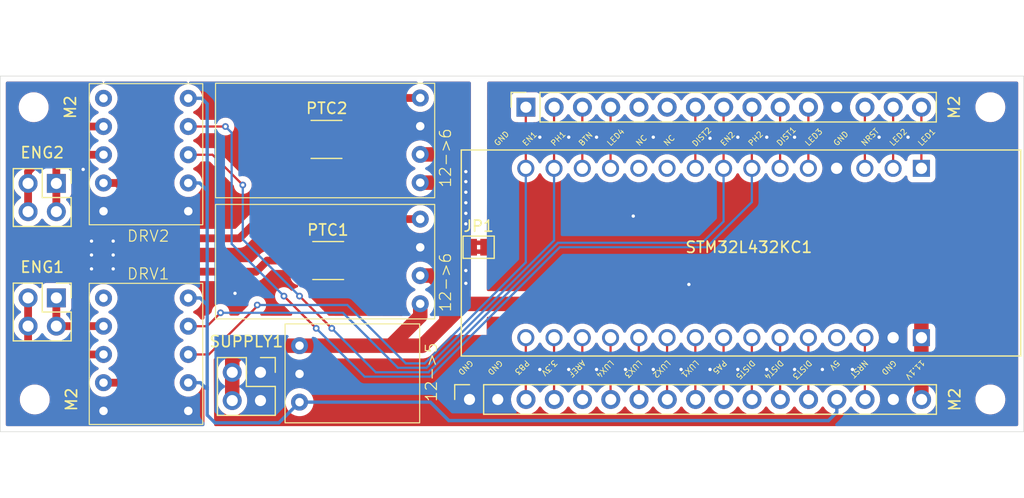
<source format=kicad_pcb>
(kicad_pcb (version 20241229) (generator "pcbnew") (generator_version "9.0")
  (layers (0 "F.Cu" signal) (2 "B.Cu" signal) (13 "F.Paste" user) (15 "B.Paste" user) (5 "F.SilkS" user "F.Silkscreen") (7 "B.SilkS" user "B.Silkscreen") (1 "F.Mask" user) (3 "B.Mask" user) (25 "Edge.Cuts" user))
  (net 0 "")
  (net 1 "+6V")
  (net 2 "Net-(DRV1-VIN)")
  (net 3 "Net-(DRV2-VIN)")
  (net 4 "luxUP-3V3")
  (net 5 "GND")
  (net 6 "luxLEFT-3V3")
  (net 7 "luxDOWN-3V3")
  (net 8 "luxRIGHT-3V3")
  (net 9 "LED_LEFT_FRONT")
  (net 10 "LED_LEFT_BACK")
  (net 11 "LED_RIGHT_BACK")
  (net 12 "LED_RIGHT_FRONT")
  (net 13 "BUTTON")
  (net 14 "DISTANCE_LEFT")
  (net 15 "DISTANCE_CENTER")
  (net 16 "DISTANCE_RIGHT")
  (net 17 "DISTANCE_SIDE_RIGHT")
  (net 18 "+5V")
  (net 20 "PHASE_LEFT")
  (net 21 "EN_LEFT")
  (net 23 "EN_RIGHT")
  (net 24 "PHASE_RIGHT")
  (net 25 "+11.1V")
  (net 26 "DISTANCE_SIDE_LEFT")
  (net 27 "+3V3")
  (net 30 "Net-(DRV1-OUT1)")
  (net 31 "Net-(DRV1-OUT2)")
  (net 32 "Net-(DRV2-OUT2)")
  (net 33 "Net-(DRV2-OUT1)")
  (net 34 "PA5")
  (net 35 "NRST")
  (net 36 "PB3")
  (net 37 "AREF")
  (net 40 "GND2")
  (footprint "AAAAAA:MODULE_NUCLEO-L432KC" (layer "F.Cu") (at 184.135 79.42 -90)
    (property "Reference" "STM32L432KC1" (at -0.520001 -0.705001 0) (layer "F.SilkS"))
    (property "Value" "~")
    (fp_line (start -9.27 25.145) (end -9.27 -25.145) (stroke (width 0.127)) (layer "F.SilkS"))
    (fp_line (start 9.27 25.145) (end -9.27 25.145) (stroke (width 0.127)) (layer "F.SilkS"))
    (fp_line (start -9.27 -25.145) (end 9.27 -25.145) (stroke (width 0.127)) (layer "F.SilkS"))
    (fp_line (start 9.27 -25.145) (end 9.27 25.145) (stroke (width 0.127)) (layer "F.SilkS"))
    (pad "1" thru_hole rect (at -7.62 -16.215 270) (size 1.53 1.53) (drill 1.02) (layers "*.Cu" "*.Mask") (net 9 "LED_LEFT_FRONT"))
    (pad "2" thru_hole circle (at -7.62 -13.675 270) (size 1.53 1.53) (drill 1.02) (layers "*.Cu" "*.Mask") (net 11 "LED_RIGHT_BACK"))
    (pad "3" thru_hole circle (at -7.62 -11.135 270) (size 1.53 1.53) (drill 1.02) (layers "*.Cu" "*.Mask") (net 35 "NRST"))
    (pad "4" thru_hole circle (at -7.62 -8.595 270) (size 1.53 1.53) (drill 1.02) (layers "*.Cu" "*.Mask") (net 5 "GND"))
    (pad "5" thru_hole circle (at -7.62 -6.055 270) (size 1.53 1.53) (drill 1.02) (layers "*.Cu" "*.Mask") (net 10 "LED_LEFT_BACK"))
    (pad "6" thru_hole circle (at -7.62 -3.515 270) (size 1.53 1.53) (drill 1.02) (layers "*.Cu" "*.Mask") (net 26 "DISTANCE_SIDE_LEFT"))
    (pad "7" thru_hole circle (at -7.62 -0.975 270) (size 1.53 1.53) (drill 1.02) (layers "*.Cu" "*.Mask") (net 24 "PHASE_RIGHT"))
    (pad "8" thru_hole circle (at -7.62 1.565 270) (size 1.53 1.53) (drill 1.02) (layers "*.Cu" "*.Mask") (net 23 "EN_RIGHT"))
    (pad "9" thru_hole circle (at -7.62 4.105 270) (size 1.53 1.53) (drill 1.02) (layers "*.Cu" "*.Mask") (net 16 "DISTANCE_RIGHT"))
    (pad "10" thru_hole circle (at -7.62 6.645 270) (size 1.53 1.53) (drill 1.02) (layers "*.Cu" "*.Mask"))
    (pad "11" thru_hole circle (at -7.62 9.185 270) (size 1.53 1.53) (drill 1.02) (layers "*.Cu" "*.Mask"))
    (pad "12" thru_hole circle (at -7.62 11.725 270) (size 1.53 1.53) (drill 1.02) (layers "*.Cu" "*.Mask") (net 12 "LED_RIGHT_FRONT"))
    (pad "13" thru_hole circle (at -7.62 14.265 270) (size 1.53 1.53) (drill 1.02) (layers "*.Cu" "*.Mask") (net 13 "BUTTON"))
    (pad "14" thru_hole circle (at -7.62 16.805 270) (size 1.53 1.53) (drill 1.02) (layers "*.Cu" "*.Mask") (net 20 "PHASE_LEFT"))
    (pad "15" thru_hole circle (at -7.62 19.345 270) (size 1.53 1.53) (drill 1.02) (layers "*.Cu" "*.Mask") (net 21 "EN_LEFT"))
    (pad "16" thru_hole circle (at 7.62 19.345 270) (size 1.53 1.53) (drill 1.02) (layers "*.Cu" "*.Mask") (net 36 "PB3"))
    (pad "17" thru_hole circle (at 7.62 16.805 270) (size 1.53 1.53) (drill 1.02) (layers "*.Cu" "*.Mask") (net 27 "+3V3"))
    (pad "18" thru_hole circle (at 7.62 14.265 270) (size 1.53 1.53) (drill 1.02) (layers "*.Cu" "*.Mask") (net 37 "AREF"))
    (pad "19" thru_hole circle (at 7.62 11.725 270) (size 1.53 1.53) (drill 1.02) (layers "*.Cu" "*.Mask") (net 4 "luxUP-3V3"))
    (pad "20" thru_hole circle (at 7.62 9.185 270) (size 1.53 1.53) (drill 1.02) (layers "*.Cu" "*.Mask") (net 7 "luxDOWN-3V3"))
    (pad "21" thru_hole circle (at 7.62 6.645 270) (size 1.53 1.53) (drill 1.02) (layers "*.Cu" "*.Mask") (net 6 "luxLEFT-3V3"))
    (pad "22" thru_hole circle (at 7.62 4.105 270) (size 1.53 1.53) (drill 1.02) (layers "*.Cu" "*.Mask") (net 8 "luxRIGHT-3V3"))
    (pad "23" thru_hole circle (at 7.62 1.565 270) (size 1.53 1.53) (drill 1.02) (layers "*.Cu" "*.Mask") (net 34 "PA5"))
    (pad "24" thru_hole circle (at 7.62 -0.975 270) (size 1.53 1.53) (drill 1.02) (layers "*.Cu" "*.Mask") (net 17 "DISTANCE_SIDE_RIGHT"))
    (pad "25" thru_hole circle (at 7.62 -3.515 270) (size 1.53 1.53) (drill 1.02) (layers "*.Cu" "*.Mask") (net 15 "DISTANCE_CENTER"))
    (pad "26" thru_hole circle (at 7.62 -6.055 270) (size 1.53 1.53) (drill 1.02) (layers "*.Cu" "*.Mask") (net 14 "DISTANCE_LEFT"))
    (pad "27" thru_hole circle (at 7.62 -8.595 270) (size 1.53 1.53) (drill 1.02) (layers "*.Cu" "*.Mask") (net 18 "+5V"))
    (pad "28" thru_hole circle (at 7.62 -11.135 270) (size 1.53 1.53) (drill 1.02) (layers "*.Cu" "*.Mask") (net 35 "NRST"))
    (pad "29" thru_hole circle (at 7.62 -13.675 270) (size 1.53 1.53) (drill 1.02) (layers "*.Cu" "*.Mask") (net 5 "GND"))
    (pad "30" thru_hole rect (at 7.62 -16.215 270) (size 1.53 1.53) (drill 1.02) (layers "*.Cu" "*.Mask") (net 25 "+11.1V"))
  )
  (footprint "Fuse:Fuse_1812_4532Metric_Pad1.30x3.40mm_HandSolder" (layer "F.Cu") (at 147.025 80.1)
    (property "Reference" "PTC1" (at -0.025 -2.75 0) (layer "F.SilkS"))
    (property "Value" "750mA" (hide yes))
    (fp_line (start -1.386252 -1.71) (end 1.386252 -1.71) (stroke (width 0.12)) (layer "F.SilkS"))
    (fp_line (start -1.386252 1.71) (end 1.386252 1.71) (stroke (width 0.12)) (layer "F.SilkS"))
    (pad "1" smd roundrect (at -2.225 0) (size 1.3 3.4) (layers "F.Cu" "F.Mask" "F.Paste") (roundrect_rratio 0.1923076923) (net 2 "Net-(DRV1-VIN)"))
    (pad "2" smd roundrect (at 2.225 0) (size 1.3 3.4) (layers "F.Cu" "F.Mask" "F.Paste") (roundrect_rratio 0.1923076923) (net 1 "+6V"))
  )
  (footprint "MountingHole:MountingHole_2.2mm_M2" (layer "F.Cu") (at 120.65 92.6)
    (property "Reference" "M2" (at 3.3 0 90) (layer "F.SilkS"))
    (property "Value" "MountingHole_2.2mm_M2" (hide yes))
    (pad "" np_thru_hole circle (at 0 0) (size 2.2 2.2) (drill 2.2) (layers "*.Cu" "*.Mask"))
  )
  (footprint "Connector_PinSocket_2.54mm:PinSocket_1x17_P2.54mm_Vertical" (layer "F.Cu") (at 159.73 92.6 90)
    (property "Reference" "CONNS_RIGHT1" (hide yes))
    (property "Value" "Screw_Terminal_01x17" (hide yes))
    (fp_line (start 1.33 -1.33) (end 1.33 0) (stroke (width 0.12)) (layer "F.SilkS"))
    (fp_line (start 0 -1.33) (end 1.33 -1.33) (stroke (width 0.12)) (layer "F.SilkS"))
    (fp_line (start 1.33 1.27) (end 1.33 41.97) (stroke (width 0.12)) (layer "F.SilkS"))
    (fp_line (start -1.33 1.27) (end 1.33 1.27) (stroke (width 0.12)) (layer "F.SilkS"))
    (fp_line (start -1.33 1.27) (end -1.33 41.97) (stroke (width 0.12)) (layer "F.SilkS"))
    (fp_line (start -1.33 41.97) (end 1.33 41.97) (stroke (width 0.12)) (layer "F.SilkS"))
    (pad "1" thru_hole rect (at 0 0 90) (size 1.7 1.7) (drill 1) (layers "*.Cu" "*.Mask") (net 5 "GND"))
    (pad "2" thru_hole oval (at 0 2.54 90) (size 1.7 1.7) (drill 1) (layers "*.Cu" "*.Mask") (net 5 "GND"))
    (pad "3" thru_hole oval (at 0 5.08 90) (size 1.7 1.7) (drill 1) (layers "*.Cu" "*.Mask") (net 36 "PB3"))
    (pad "4" thru_hole oval (at 0 7.62 90) (size 1.7 1.7) (drill 1) (layers "*.Cu" "*.Mask") (net 27 "+3V3"))
    (pad "5" thru_hole oval (at 0 10.16 90) (size 1.7 1.7) (drill 1) (layers "*.Cu" "*.Mask") (net 37 "AREF"))
    (pad "6" thru_hole oval (at 0 12.7 90) (size 1.7 1.7) (drill 1) (layers "*.Cu" "*.Mask") (net 4 "luxUP-3V3"))
    (pad "7" thru_hole oval (at 0 15.24 90) (size 1.7 1.7) (drill 1) (layers "*.Cu" "*.Mask") (net 7 "luxDOWN-3V3"))
    (pad "8" thru_hole oval (at 0 17.78 90) (size 1.7 1.7) (drill 1) (layers "*.Cu" "*.Mask") (net 6 "luxLEFT-3V3"))
    (pad "9" thru_hole oval (at 0 20.32 90) (size 1.7 1.7) (drill 1) (layers "*.Cu" "*.Mask") (net 8 "luxRIGHT-3V3"))
    (pad "10" thru_hole oval (at 0 22.86 90) (size 1.7 1.7) (drill 1) (layers "*.Cu" "*.Mask") (net 34 "PA5"))
    (pad "11" thru_hole oval (at 0 25.4 90) (size 1.7 1.7) (drill 1) (layers "*.Cu" "*.Mask") (net 17 "DISTANCE_SIDE_RIGHT"))
    (pad "12" thru_hole oval (at 0 27.94 90) (size 1.7 1.7) (drill 1) (layers "*.Cu" "*.Mask") (net 15 "DISTANCE_CENTER"))
    (pad "13" thru_hole oval (at 0 30.48 90) (size 1.7 1.7) (drill 1) (layers "*.Cu" "*.Mask") (net 14 "DISTANCE_LEFT"))
    (pad "14" thru_hole oval (at 0 33.02 90) (size 1.7 1.7) (drill 1) (layers "*.Cu" "*.Mask") (net 18 "+5V"))
    (pad "15" thru_hole oval (at 0 35.56 90) (size 1.7 1.7) (drill 1) (layers "*.Cu" "*.Mask") (net 35 "NRST"))
    (pad "16" thru_hole oval (at 0 38.1 90) (size 1.7 1.7) (drill 1) (layers "*.Cu" "*.Mask") (net 5 "GND"))
    (pad "17" thru_hole oval (at 0 40.64 90) (size 1.7 1.7) (drill 1) (layers "*.Cu" "*.Mask") (net 25 "+11.1V"))
  )
  (footprint "Jumper:SolderJumper-2_P1.3mm_Bridged2Bar_Pad1.0x1.5mm" (layer "F.Cu") (at 160.55 78.9 180)
    (property "Reference" "JP1" (at 0 1.9 180) (layer "F.SilkS"))
    (property "Value" "Jumper_2_Bridged" (hide yes))
    (fp_poly (pts (xy -0.25 0.2) (xy 0.25 0.2) (xy 0.25 0.6) (xy -0.25 0.6)) (fill yes) (layer "F.Cu"))
    (fp_poly (pts (xy -0.25 -0.6) (xy 0.25 -0.6) (xy 0.25 -0.2) (xy -0.25 -0.2)) (fill yes) (layer "F.Cu"))
    (fp_line (start 1.4 1) (end -1.4 1) (stroke (width 0.12)) (layer "F.SilkS"))
    (fp_line (start 1.4 -1) (end 1.4 1) (stroke (width 0.12)) (layer "F.SilkS"))
    (fp_line (start -1.4 1) (end -1.4 -1) (stroke (width 0.12)) (layer "F.SilkS"))
    (fp_line (start -1.4 -1) (end 1.4 -1) (stroke (width 0.12)) (layer "F.SilkS"))
    (pad "1" smd rect (at -0.65 0 180) (size 1 1.5) (layers "F.Cu" "F.Mask") (net 5 "GND"))
    (pad "2" smd rect (at 0.65 0 180) (size 1 1.5) (layers "F.Cu" "F.Mask") (net 40 "GND2"))
  )
  (footprint "MountingHole:MountingHole_2.2mm_M2" (layer "F.Cu") (at 206.55 66.3)
    (property "Reference" "M2" (at -3.25 0 90) (layer "F.SilkS"))
    (property "Value" "MountingHole_2.2mm_M2" (hide yes))
    (pad "" np_thru_hole circle (at 0 0) (size 2.2 2.2) (drill 2.2) (layers "*.Cu" "*.Mask"))
  )
  (footprint "AAAAAA:DRV8838" (layer "F.Cu") (at 131.55 83.28 180)
    (property "Reference" "DRV2" (at 0.7 5.38 0) (layer "F.SilkS") (effects (font (thickness 0.1))))
    (property "Value" "~" (hide yes))
    (fp_rect (start -4.2 6.4) (end 6 19.1) (stroke (width 0.1)) (fill no) (layer "F.SilkS"))
    (pad "1" thru_hole circle (at -2.9 7.62 180) (size 1.524 1.524) (drill 0.762) (layers "*.Cu" "*.Mask") (net 40 "GND2"))
    (pad "2" thru_hole circle (at -2.9 10.16 180) (size 1.524 1.524) (drill 0.762) (layers "*.Cu" "*.Mask") (net 18 "+5V"))
    (pad "3" thru_hole circle (at -2.9 12.7 180) (size 1.524 1.524) (drill 0.762) (layers "*.Cu" "*.Mask") (net 23 "EN_RIGHT"))
    (pad "4" thru_hole circle (at -2.9 15.24 180) (size 1.524 1.524) (drill 0.762) (layers "*.Cu" "*.Mask") (net 24 "PHASE_RIGHT"))
    (pad "5" thru_hole circle (at -2.9 17.78 180) (size 1.524 1.524) (drill 0.762) (layers "*.Cu" "*.Mask") (net 18 "+5V"))
    (pad "6" thru_hole circle (at 4.72 7.62 180) (size 1.524 1.524) (drill 0.762) (layers "*.Cu" "*.Mask") (net 40 "GND2"))
    (pad "7" thru_hole circle (at 4.72 10.16 180) (size 1.524 1.524) (drill 0.762) (layers "*.Cu" "*.Mask") (net 3 "Net-(DRV2-VIN)"))
    (pad "8" thru_hole circle (at 4.72 12.7 180) (size 1.524 1.524) (drill 0.762) (layers "*.Cu" "*.Mask") (net 32 "Net-(DRV2-OUT2)"))
    (pad "9" thru_hole circle (at 4.72 15.24 180) (size 1.524 1.524) (drill 0.762) (layers "*.Cu" "*.Mask") (net 33 "Net-(DRV2-OUT1)"))
    (pad "10" thru_hole circle (at 4.72 17.78 180) (size 1.524 1.524) (drill 0.762) (layers "*.Cu" "*.Mask"))
  )
  (footprint "Connector_PinSocket_2.54mm:PinSocket_1x15_P2.54mm_Vertical" (layer "F.Cu") (at 164.8 66.3 90)
    (property "Reference" "J1" (hide yes))
    (property "Value" "Screw_Terminal_01x15" (hide yes))
    (fp_line (start 1.33 -1.33) (end 1.33 0) (stroke (width 0.12)) (layer "F.SilkS"))
    (fp_line (start 0 -1.33) (end 1.33 -1.33) (stroke (width 0.12)) (layer "F.SilkS"))
    (fp_line (start 1.33 1.27) (end 1.33 36.89) (stroke (width 0.12)) (layer "F.SilkS"))
    (fp_line (start -1.33 1.27) (end 1.33 1.27) (stroke (width 0.12)) (layer "F.SilkS"))
    (fp_line (start -1.33 1.27) (end -1.33 36.89) (stroke (width 0.12)) (layer "F.SilkS"))
    (fp_line (start -1.33 36.89) (end 1.33 36.89) (stroke (width 0.12)) (layer "F.SilkS"))
    (pad "1" thru_hole rect (at 0 0 90) (size 1.7 1.7) (drill 1) (layers "*.Cu" "*.Mask") (net 21 "EN_LEFT"))
    (pad "2" thru_hole oval (at 0 2.54 90) (size 1.7 1.7) (drill 1) (layers "*.Cu" "*.Mask") (net 20 "PHASE_LEFT"))
    (pad "3" thru_hole oval (at 0 5.08 90) (size 1.7 1.7) (drill 1) (layers "*.Cu" "*.Mask") (net 13 "BUTTON"))
    (pad "4" thru_hole oval (at 0 7.62 90) (size 1.7 1.7) (drill 1) (layers "*.Cu" "*.Mask") (net 12 "LED_RIGHT_FRONT"))
    (pad "5" thru_hole oval (at 0 10.16 90) (size 1.7 1.7) (drill 1) (layers "*.Cu" "*.Mask"))
    (pad "6" thru_hole oval (at 0 12.7 90) (size 1.7 1.7) (drill 1) (layers "*.Cu" "*.Mask"))
    (pad "7" thru_hole oval (at 0 15.24 90) (size 1.7 1.7) (drill 1) (layers "*.Cu" "*.Mask") (net 16 "DISTANCE_RIGHT"))
    (pad "8" thru_hole oval (at 0 17.78 90) (size 1.7 1.7) (drill 1) (layers "*.Cu" "*.Mask") (net 23 "EN_RIGHT"))
    (pad "9" thru_hole oval (at 0 20.32 90) (size 1.7 1.7) (drill 1) (layers "*.Cu" "*.Mask") (net 24 "PHASE_RIGHT"))
    (pad "10" thru_hole oval (at 0 22.86 90) (size 1.7 1.7) (drill 1) (layers "*.Cu" "*.Mask") (net 26 "DISTANCE_SIDE_LEFT"))
    (pad "11" thru_hole oval (at 0 25.4 90) (size 1.7 1.7) (drill 1) (layers "*.Cu" "*.Mask") (net 10 "LED_LEFT_BACK"))
    (pad "12" thru_hole oval (at 0 27.94 90) (size 1.7 1.7) (drill 1) (layers "*.Cu" "*.Mask") (net 5 "GND"))
    (pad "13" thru_hole oval (at 0 30.48 90) (size 1.7 1.7) (drill 1) (layers "*.Cu" "*.Mask") (net 35 "NRST"))
    (pad "14" thru_hole oval (at 0 33.02 90) (size 1.7 1.7) (drill 1) (layers "*.Cu" "*.Mask") (net 11 "LED_RIGHT_BACK"))
    (pad "15" thru_hole oval (at 0 35.56 90) (size 1.7 1.7) (drill 1) (layers "*.Cu" "*.Mask") (net 9 "LED_LEFT_FRONT"))
  )
  (footprint "MountingHole:MountingHole_2.2mm_M2" (layer "F.Cu") (at 206.55 92.6)
    (property "Reference" "M2" (at -3.2 0 90) (layer "F.SilkS"))
    (property "Value" "MountingHole_2.2mm_M2" (hide yes))
    (pad "" np_thru_hole circle (at 0 0) (size 2.2 2.2) (drill 2.2) (layers "*.Cu" "*.Mask"))
  )
  (footprint "AAAAAA:DC-DC Step-Down 0.8-17V 3A" (layer "F.Cu") (at 147.9 60.55)
    (property "Reference" "12-6_STEPDOWN2" (hide yes))
    (property "Value" "~" (hide yes))
    (fp_rect (start -11 3.6) (end 8.7 13.9) (stroke (width 0.1)) (fill no) (layer "F.SilkS"))
    (pad "1" thru_hole circle (at 7.4 4.92) (size 1.524 1.524) (drill 0.762) (layers "*.Cu" "*.Mask") (net 1 "+6V"))
    (pad "2" thru_hole circle (at 7.4 7.46) (size 1.524 1.524) (drill 0.762) (layers "*.Cu" "*.Mask") (net 40 "GND2"))
    (pad "3" thru_hole circle (at 7.4 10) (size 1.524 1.524) (drill 0.762) (layers "*.Cu" "*.Mask") (net 25 "+11.1V"))
    (pad "4" thru_hole circle (at 7.4 12.54) (size 1.524 1.524) (drill 0.762) (layers "*.Cu" "*.Mask") (net 25 "+11.1V"))
  )
  (footprint "Fuse:Fuse_1812_4532Metric_Pad1.30x3.40mm_HandSolder" (layer "F.Cu") (at 146.875 69.2)
    (property "Reference" "PTC2" (at 0.025 -2.8 0) (layer "F.SilkS"))
    (property "Value" "750mA" (hide yes))
    (fp_line (start -1.386252 -1.71) (end 1.386252 -1.71) (stroke (width 0.12)) (layer "F.SilkS"))
    (fp_line (start -1.386252 1.71) (end 1.386252 1.71) (stroke (width 0.12)) (layer "F.SilkS"))
    (pad "1" smd roundrect (at -2.225 0) (size 1.3 3.4) (layers "F.Cu" "F.Mask" "F.Paste") (roundrect_rratio 0.1923076923) (net 3 "Net-(DRV2-VIN)"))
    (pad "2" smd roundrect (at 2.225 0) (size 1.3 3.4) (layers "F.Cu" "F.Mask" "F.Paste") (roundrect_rratio 0.1923076923) (net 1 "+6V"))
  )
  (footprint "Connector_PinSocket_2.54mm:PinSocket_2x02_P2.54mm_Vertical" (layer "F.Cu") (at 122.59 83.46)
    (property "Reference" "ENG1" (at -1.27 -2.77 0) (layer "F.SilkS"))
    (property "Value" "F_GOLDPIN_2x4" (hide yes))
    (fp_line (start -3.87 -1.33) (end -3.87 3.87) (stroke (width 0.12)) (layer "F.SilkS"))
    (fp_line (start -3.87 -1.33) (end -1.27 -1.33) (stroke (width 0.12)) (layer "F.SilkS"))
    (fp_line (start -3.87 3.87) (end 1.33 3.87) (stroke (width 0.12)) (layer "F.SilkS"))
    (fp_line (start -1.27 -1.33) (end -1.27 1.27) (stroke (width 0.12)) (layer "F.SilkS"))
    (fp_line (start -1.27 1.27) (end 1.33 1.27) (stroke (width 0.12)) (layer "F.SilkS"))
    (fp_line (start 0 -1.33) (end 1.33 -1.33) (stroke (width 0.12)) (layer "F.SilkS"))
    (fp_line (start 1.33 -1.33) (end 1.33 0) (stroke (width 0.12)) (layer "F.SilkS"))
    (fp_line (start 1.33 1.27) (end 1.33 3.87) (stroke (width 0.12)) (layer "F.SilkS"))
    (pad "1" thru_hole oval (at -2.54 0) (size 1.7 1.7) (drill 1) (layers "*.Cu" "*.Mask") (net 31 "Net-(DRV1-OUT2)"))
    (pad "1" thru_hole oval (at -2.54 2.54) (size 1.7 1.7) (drill 1) (layers "*.Cu" "*.Mask") (net 31 "Net-(DRV1-OUT2)"))
    (pad "2" thru_hole rect (at 0 0) (size 1.7 1.7) (drill 1) (layers "*.Cu" "*.Mask") (net 30 "Net-(DRV1-OUT1)"))
    (pad "2" thru_hole oval (at 0 2.54) (size 1.7 1.7) (drill 1) (layers "*.Cu" "*.Mask") (net 30 "Net-(DRV1-OUT1)"))
  )
  (footprint "AAAAAA:DRV8838" (layer "F.Cu") (at 131.55 101.25 180)
    (property "Reference" "DRV1" (at 0.7 19.95 0) (layer "F.SilkS") (effects (font (thickness 0.1))))
    (property "Value" "~" (hide yes))
    (fp_rect (start -4.2 6.4) (end 6 19.1) (stroke (width 0.1)) (fill no) (layer "F.SilkS"))
    (pad "1" thru_hole circle (at -2.9 7.62 180) (size 1.524 1.524) (drill 0.762) (layers "*.Cu" "*.Mask") (net 40 "GND2"))
    (pad "2" thru_hole circle (at -2.9 10.16 180) (size 1.524 1.524) (drill 0.762) (layers "*.Cu" "*.Mask") (net 18 "+5V"))
    (pad "3" thru_hole circle (at -2.9 12.7 180) (size 1.524 1.524) (drill 0.762) (layers "*.Cu" "*.Mask") (net 21 "EN_LEFT"))
    (pad "4" thru_hole circle (at -2.9 15.24 180) (size 1.524 1.524) (drill 0.762) (layers "*.Cu" "*.Mask") (net 20 "PHASE_LEFT"))
    (pad "5" thru_hole circle (at -2.9 17.78 180) (size 1.524 1.524) (drill 0.762) (layers "*.Cu" "*.Mask") (net 18 "+5V"))
    (pad "6" thru_hole circle (at 4.72 7.62 180) (size 1.524 1.524) (drill 0.762) (layers "*.Cu" "*.Mask") (net 40 "GND2"))
    (pad "7" thru_hole circle (at 4.72 10.16 180) (size 1.524 1.524) (drill 0.762) (layers "*.Cu" "*.Mask") (net 2 "Net-(DRV1-VIN)"))
    (pad "8" thru_hole circle (at 4.72 12.7 180) (size 1.524 1.524) (drill 0.762) (layers "*.Cu" "*.Mask") (net 31 "Net-(DRV1-OUT2)"))
    (pad "9" thru_hole circle (at 4.72 15.24 180) (size 1.524 1.524) (drill 0.762) (layers "*.Cu" "*.Mask") (net 30 "Net-(DRV1-OUT1)"))
    (pad "10" thru_hole circle (at 4.72 17.78 180) (size 1.524 1.524) (drill 0.762) (layers "*.Cu" "*.Mask"))
  )
  (footprint "AAAAAA:S7V7F5" (layer "F.Cu") (at 155.45 90.3 -90)
    (property "Reference" "12->5" (at -0.15 -0.85 90) (layer "F.SilkS") (effects (font (thickness 0.1))))
    (property "Value" "~" (hide yes))
    (fp_rect (start -4.5 0.2) (end 4.4 12.3) (stroke (width 0.1)) (fill no) (layer "F.SilkS"))
    (pad "1" thru_hole circle (at -2.54 11 270) (size 1.524 1.524) (drill 0.762) (layers "*.Cu" "*.Mask") (net 25 "+11.1V"))
    (pad "2" thru_hole circle (at 0 11 270) (size 1.524 1.524) (drill 0.762) (layers "*.Cu" "*.Mask") (net 5 "GND"))
    (pad "3" thru_hole circle (at 2.54 11 270) (size 1.524 1.524) (drill 0.762) (layers "*.Cu" "*.Mask") (net 18 "+5V"))
  )
  (footprint "AAAAAA:DC-DC Step-Down 0.8-17V 3A" (layer "F.Cu") (at 147.9 71.45)
    (property "Reference" "12-6_STEPDOWN1" (hide yes))
    (property "Value" "~" (hide yes))
    (fp_rect (start -11 3.6) (end 8.7 13.9) (stroke (width 0.1)) (fill no) (layer "F.SilkS"))
    (pad "1" thru_hole circle (at 7.4 4.92) (size 1.524 1.524) (drill 0.762) (layers "*.Cu" "*.Mask") (net 1 "+6V"))
    (pad "2" thru_hole circle (at 7.4 7.46) (size 1.524 1.524) (drill 0.762) (layers "*.Cu" "*.Mask") (net 40 "GND2"))
    (pad "3" thru_hole circle (at 7.4 10) (size 1.524 1.524) (drill 0.762) (layers "*.Cu" "*.Mask") (net 25 "+11.1V"))
    (pad "4" thru_hole circle (at 7.4 12.54) (size 1.524 1.524) (drill 0.762) (layers "*.Cu" "*.Mask") (net 25 "+11.1V"))
  )
  (footprint "MountingHole:MountingHole_2.2mm_M2" (layer "F.Cu") (at 120.55 66.3)
    (property "Reference" "M2" (at 3.3 0 90) (layer "F.SilkS"))
    (property "Value" "MountingHole_2.2mm_M2" (hide yes))
    (pad "" np_thru_hole circle (at 0 0) (size 2.2 2.2) (drill 2.2) (layers "*.Cu" "*.Mask"))
  )
  (footprint "Connector_PinSocket_2.54mm:PinSocket_2x02_P2.54mm_Vertical" (layer "F.Cu") (at 140.94 90.16)
    (property "Reference" "SUPPLY1" (at -1.27 -2.77 0) (layer "F.SilkS"))
    (property "Value" "F_GOLDPIN_2x4" (hide yes))
    (fp_line (start -3.87 -1.33) (end -3.87 3.87) (stroke (width 0.12)) (layer "F.SilkS"))
    (fp_line (start -3.87 -1.33) (end -1.27 -1.33) (stroke (width 0.12)) (layer "F.SilkS"))
    (fp_line (start -3.87 3.87) (end 1.33 3.87) (stroke (width 0.12)) (layer "F.SilkS"))
    (fp_line (start -1.27 -1.33) (end -1.27 1.27) (stroke (width 0.12)) (layer "F.SilkS"))
    (fp_line (start -1.27 1.27) (end 1.33 1.27) (stroke (width 0.12)) (layer "F.SilkS"))
    (fp_line (start 0 -1.33) (end 1.33 -1.33) (stroke (width 0.12)) (layer "F.SilkS"))
    (fp_line (start 1.33 -1.33) (end 1.33 0) (stroke (width 0.12)) (layer "F.SilkS"))
    (fp_line (start 1.33 1.27) (end 1.33 3.87) (stroke (width 0.12)) (layer "F.SilkS"))
    (pad "1" thru_hole rect (at 0 0) (size 1.7 1.7) (drill 1) (layers "*.Cu" "*.Mask") (net 5 "GND"))
    (pad "1" thru_hole oval (at 0 2.54) (size 1.7 1.7) (drill 1) (layers "*.Cu" "*.Mask") (net 5 "GND"))
    (pad "2" thru_hole oval (at -2.54 0) (size 1.7 1.7) (drill 1) (layers "*.Cu" "*.Mask") (net 25 "+11.1V"))
    (pad "2" thru_hole oval (at -2.54 2.54) (size 1.7 1.7) (drill 1) (layers "*.Cu" "*.Mask") (net 25 "+11.1V"))
  )
  (footprint "Connector_PinSocket_2.54mm:PinSocket_2x02_P2.54mm_Vertical" (layer "F.Cu") (at 122.59 73.16)
    (property "Reference" "ENG2" (at -1.27 -2.77 0) (layer "F.SilkS"))
    (property "Value" "F_GOLDPIN_2x4" (hide yes))
    (fp_line (start -3.87 -1.33) (end -3.87 3.87) (stroke (width 0.12)) (layer "F.SilkS"))
    (fp_line (start -3.87 -1.33) (end -1.27 -1.33) (stroke (width 0.12)) (layer "F.SilkS"))
    (fp_line (start -3.87 3.87) (end 1.33 3.87) (stroke (width 0.12)) (layer "F.SilkS"))
    (fp_line (start -1.27 -1.33) (end -1.27 1.27) (stroke (width 0.12)) (layer "F.SilkS"))
    (fp_line (start -1.27 1.27) (end 1.33 1.27) (stroke (width 0.12)) (layer "F.SilkS"))
    (fp_line (start 0 -1.33) (end 1.33 -1.33) (stroke (width 0.12)) (layer "F.SilkS"))
    (fp_line (start 1.33 -1.33) (end 1.33 0) (stroke (width 0.12)) (layer "F.SilkS"))
    (fp_line (start 1.33 1.27) (end 1.33 3.87) (stroke (width 0.12)) (layer "F.SilkS"))
    (pad "1" thru_hole rect (at 0 0) (size 1.7 1.7) (drill 1) (layers "*.Cu" "*.Mask") (net 32 "Net-(DRV2-OUT2)"))
    (pad "1" thru_hole oval (at 0 2.54) (size 1.7 1.7) (drill 1) (layers "*.Cu" "*.Mask") (net 32 "Net-(DRV2-OUT2)"))
    (pad "2" thru_hole oval (at -2.54 0) (size 1.7 1.7) (drill 1) (layers "*.Cu" "*.Mask") (net 33 "Net-(DRV2-OUT1)"))
    (pad "2" thru_hole oval (at -2.54 2.54) (size 1.7 1.7) (drill 1) (layers "*.Cu" "*.Mask") (net 33 "Net-(DRV2-OUT1)"))
  )
  (gr_rect (start 117.55 63.5) (end 209.55 95.5) (stroke (width 0.05)) (fill no) (layer "Edge.Cuts"))
  (gr_text "LUX2" (at 177.5 88.95 -135) (layer "F.SilkS") (effects (font (size 0.5 0.5) (thickness 0.075)) (justify left bottom)))
  (gr_text "11.1V" (at 200.35 88.95 -135) (layer "F.SilkS") (effects (font (size 0.5 0.5) (thickness 0.075)) (justify left bottom)))
  (gr_text "GND" (at 197.8 88.95 -135) (layer "F.SilkS") (effects (font (size 0.5 0.5) (thickness 0.075)) (justify left bottom)))
  (gr_text "NRST" (at 195.25 69.9 45) (layer "F.SilkS") (effects (font (size 0.5 0.5) (thickness 0.075)) (justify left bottom)))
  (gr_text "PH2" (at 185.1 69.9 45) (layer "F.SilkS") (effects (font (size 0.5 0.5) (thickness 0.075)) (justify left bottom)))
  (gr_text "EN1" (at 164.8 69.9 45) (layer "F.SilkS") (effects (font (size 0.5 0.5) (thickness 0.075)) (justify left bottom)))
  (gr_text "BTN" (at 169.85 69.9 45) (layer "F.SilkS") (effects (font (size 0.5 0.5) (thickness 0.075)) (justify left bottom)))
  (gr_text "LUX1" (at 180.05 88.95 -135) (layer "F.SilkS") (effects (font (size 0.5 0.5) (thickness 0.075)) (justify left bottom)))
  (gr_text "LUX4" (at 172.4 88.95 -135) (layer "F.SilkS") (effects (font (size 0.5 0.5) (thickness 0.075)) (justify left bottom)))
  (gr_text "DIST2" (at 180.05 69.95 45) (layer "F.SilkS") (effects (font (size 0.5 0.5) (thickness 0.075)) (justify left bottom)))
  (gr_text "3.3V" (at 167.3 88.95 -135) (layer "F.SilkS") (effects (font (size 0.5 0.5) (thickness 0.075)) (justify left bottom)))
  (gr_text "AREF" (at 169.85 88.95 -135) (layer "F.SilkS") (effects (font (size 0.5 0.5) (thickness 0.075)) (justify left bottom)))
  (gr_text "LED2" (at 197.8 69.9 45) (layer "F.SilkS") (effects (font (size 0.5 0.5) (thickness 0.075)) (justify left bottom)))
  (gr_text "DIST5" (at 185.1 88.95 -135) (layer "F.SilkS") (effects (font (size 0.5 0.5) (thickness 0.075)) (justify left bottom)))
  (gr_text "LUX3" (at 174.95 88.95 -135) (layer "F.SilkS") (effects (font (size 0.5 0.5) (thickness 0.075)) (justify left bottom)))
  (gr_text "GND" (at 162.25 69.9 45) (layer "F.SilkS") (effects (font (size 0.5 0.5) (thickness 0.075)) (justify left bottom)))
  (gr_text "DIST1" (at 187.65 69.9 45) (layer "F.SilkS") (effects (font (size 0.5 0.5) (thickness 0.075)) (justify left bottom)))
  (gr_text "GND" (at 162.4 88.95 -135) (layer "F.SilkS") (effects (font (size 0.5 0.5) (thickness 0.075)) (justify left bottom)))
  (gr_text "DIST3" (at 190.2 88.95 -135) (layer "F.SilkS") (effects (font (size 0.5 0.5) (thickness 0.075)) (justify left bottom)))
  (gr_text "12->6\n" (at 158.15 73.6 90) (layer "F.SilkS") (effects (font (size 1 1) (thickness 0.1)) (justify left bottom)))
  (gr_text "PB3" (at 164.8 88.95 -135) (layer "F.SilkS") (effects (font (size 0.5 0.5) (thickness 0.075)) (justify left bottom)))
  (gr_text "NRST" (at 195.25 88.95 -135) (layer "F.SilkS") (effects (font (size 0.5 0.5) (thickness 0.075)) (justify left bottom)))
  (gr_text "GND" (at 159.75 88.95 -135) (layer "F.SilkS") (effects (font (size 0.5 0.5) (thickness 0.075)) (justify left bottom)))
  (gr_text "PA5" (at 182.55 88.95 -135) (layer "F.SilkS") (effects (font (size 0.5 0.5) (thickness 0.075)) (justify left bottom)))
  (gr_text "PH1" (at 167.35 69.9 45) (layer "F.SilkS") (effects (font (size 0.5 0.5) (thickness 0.075)) (justify left bottom)))
  (gr_text "GND\n" (at 192.75 69.9 45) (layer "F.SilkS") (effects (font (size 0.5 0.5) (thickness 0.075)) (justify left bottom)))
  (gr_text "LED4" (at 172.4 69.9 45) (layer "F.SilkS") (effects (font (size 0.5 0.5) (thickness 0.075)) (justify left bottom)))
  (gr_text "LED1\n" (at 200.35 69.9 45) (layer "F.SilkS") (effects (font (size 0.5 0.5) (thickness 0.075)) (justify left bottom)))
  (gr_text "5V" (at 192.7 88.95 -135) (layer "F.SilkS") (effects (font (size 0.5 0.5) (thickness 0.075)) (justify left bottom)))
  (gr_text "NC" (at 175 69.9 45) (layer "F.SilkS") (effects (font (size 0.5 0.5) (thickness 0.075)) (justify left bottom)))
  (gr_text "12->6\n" (at 158.15 84.8 90) (layer "F.SilkS") (effects (font (size 1 1) (thickness 0.1)) (justify left bottom)))
  (gr_text "DIST4" (at 187.65 88.95 -135) (layer "F.SilkS") (effects (font (size 0.5 0.5) (thickness 0.075)) (justify left bottom)))
  (gr_text "NC" (at 177.5 69.9 45) (layer "F.SilkS") (effects (font (size 0.5 0.5) (thickness 0.075)) (justify left bottom)))
  (gr_text "EN2" (at 182.6 69.9 45) (layer "F.SilkS") (effects (font (size 0.5 0.5) (thickness 0.075)) (justify left bottom)))
  (gr_text "LED3" (at 190.2 69.9 45) (layer "F.SilkS") (effects (font (size 0.5 0.5) (thickness 0.075)) (justify left bottom)))
  (segment (start 155.3 76.37) (end 150.28 76.37) (width 0.7) (layer "F.Cu") (net 1))
  (segment (start 149.25 77.4) (end 149.25 80.1) (width 0.7) (layer "F.Cu") (net 1))
  (segment (start 155.3 65.47) (end 150.28 65.47) (width 0.7) (layer "F.Cu") (net 1))
  (segment (start 150.28 76.37) (end 149.25 77.4) (width 0.7) (layer "F.Cu") (net 1))
  (segment (start 150.28 65.47) (end 149.1 66.65) (width 0.7) (layer "F.Cu") (net 1))
  (segment (start 149.1 66.65) (end 149.1 69.2) (width 0.7) (layer "F.Cu") (net 1))
  (segment (start 140.55 81.1) (end 133.0474 81.1) (width 0.7) (layer "F.Cu") (net 2))
  (segment (start 141.55 80.1) (end 140.55 81.1) (width 0.7) (layer "F.Cu") (net 2))
  (segment (start 130.7592 89.5858) (end 129.255 91.09) (width 0.7) (layer "F.Cu") (net 2))
  (segment (start 130.7592 83.3882) (end 130.7592 89.5858) (width 0.7) (layer "F.Cu") (net 2))
  (segment (start 133.0474 81.1) (end 130.7592 83.3882) (width 0.7) (layer "F.Cu") (net 2))
  (segment (start 129.255 91.09) (end 126.83 91.09) (width 0.7) (layer "F.Cu") (net 2))
  (segment (start 144.8 80.1) (end 141.55 80.1) (width 0.7) (layer "F.Cu") (net 2))
  (segment (start 144.65 72.5) (end 139.05 78.1) (width 0.7) (layer "F.Cu") (net 3))
  (segment (start 139.05 78.1) (end 133.0402 78.1) (width 0.7) (layer "F.Cu") (net 3))
  (segment (start 128.0602 73.12) (end 126.83 73.12) (width 0.7) (layer "F.Cu") (net 3))
  (segment (start 133.0402 78.1) (end 128.0602 73.12) (width 0.7) (layer "F.Cu") (net 3))
  (segment (start 144.65 69.2) (end 144.65 72.5) (width 0.7) (layer "F.Cu") (net 3))
  (segment (start 172.41 92.58) (end 172.43 92.6) (width 0.2) (layer "F.Cu") (net 4))
  (segment (start 172.41 87.04) (end 172.41 92.58) (width 0.2) (layer "F.Cu") (net 4))
  (segment (start 192.73 66.32) (end 192.75 66.3) (width 0.2) (layer "F.Cu") (net 5))
  (segment (start 192.73 71.8) (end 192.73 66.32) (width 0.2) (layer "F.Cu") (net 5))
  (via (at 183.85 69) (size 0.6) (drill 0.3) (layers "F.Cu" "B.Cu") (net 5))
  (via (at 194.15 89.9) (size 0.6) (drill 0.3) (layers "F.Cu" "B.Cu") (net 5))
  (via (at 174.45 76.1) (size 0.6) (drill 0.3) (layers "F.Cu" "B.Cu") (net 5))
  (via (at 191.45 89.9) (size 0.6) (drill 0.3) (layers "F.Cu" "B.Cu") (net 5))
  (via (at 196.55 69) (size 0.6) (drill 0.3) (layers "F.Cu" "B.Cu") (net 5))
  (via (at 181.35 89.9) (size 0.6) (drill 0.3) (layers "F.Cu" "B.Cu") (net 5))
  (via (at 168.65 69) (size 0.6) (drill 0.3) (layers "F.Cu" "B.Cu") (net 5))
  (via (at 186.45 69) (size 0.6) (drill 0.3) (layers "F.Cu" "B.Cu") (net 5))
  (via (at 188.95 89.9) (size 0.6) (drill 0.3) (layers "F.Cu" "B.Cu") (net 5))
  (via (at 166.05 69) (size 0.6) (drill 0.3) (layers "F.Cu" "B.Cu") (net 5))
  (via (at 188.95 69) (size 0.6) (drill 0.3) (layers "F.Cu" "B.Cu") (net 5))
  (via (at 178.75 89.9) (size 0.6) (drill 0.3) (layers "F.Cu" "B.Cu") (net 5))
  (via (at 179.45 82.25) (size 0.6) (drill 0.3) (layers "F.Cu" "B.Cu") (net 5))
  (via (at 168.65 89.9) (size 0.6) (drill 0.3) (layers "F.Cu" "B.Cu") (net 5))
  (via (at 199.15 69) (size 0.6) (drill 0.3) (layers "F.Cu" "B.Cu") (net 5))
  (via (at 173.75 89.9) (size 0.6) (drill 0.3) (layers "F.Cu" "B.Cu") (net 5))
  (via (at 181.35 69.1) (size 0.6) (drill 0.3) (layers "F.Cu" "B.Cu") (net 5))
  (via (at 186.45 89.9) (size 0.6) (drill 0.3) (layers "F.Cu" "B.Cu") (net 5))
  (via (at 176.25 89.9) (size 0.6) (drill 0.3) (layers "F.Cu" "B.Cu") (net 5))
  (via (at 171.15 89.9) (size 0.6) (drill 0.3) (layers "F.Cu" "B.Cu") (net 5))
  (via (at 176.25 69) (size 0.6) (drill 0.3) (layers "F.Cu" "B.Cu") (net 5))
  (via (at 166.05 89.9) (size 0.6) (drill 0.3) (layers "F.Cu" "B.Cu") (net 5))
  (via (at 183.85 89.9) (size 0.6) (drill 0.3) (layers "F.Cu" "B.Cu") (net 5))
  (via (at 171.15 69) (size 0.6) (drill 0.3) (layers "F.Cu" "B.Cu") (net 5))
  (segment (start 177.49 92.58) (end 177.51 92.6) (width 0.2) (layer "F.Cu") (net 6))
  (segment (start 177.49 87.04) (end 177.49 92.58) (width 0.2) (layer "F.Cu") (net 6))
  (segment (start 174.95 92.58) (end 174.97 92.6) (width 0.2) (layer "F.Cu") (net 7))
  (segment (start 174.95 87.04) (end 174.95 92.58) (width 0.2) (layer "F.Cu") (net 7))
  (segment (start 180.03 92.58) (end 180.05 92.6) (width 0.2) (layer "F.Cu") (net 8))
  (segment (start 180.03 87.04) (end 180.03 92.58) (width 0.2) (layer "F.Cu") (net 8))
  (segment (start 200.35 71.8) (end 200.35 66.32) (width 0.2) (layer "F.Cu") (net 9))
  (segment (start 200.35 66.32) (end 200.37 66.3) (width 0.2) (layer "F.Cu") (net 9))
  (segment (start 190.19 71.8) (end 190.19 66.32) (width 0.2) (layer "F.Cu") (net 10))
  (segment (start 190.19 66.32) (end 190.21 66.3) (width 0.2) (layer "F.Cu") (net 10))
  (segment (start 197.81 66.32) (end 197.83 66.3) (width 0.2) (layer "F.Cu") (net 11))
  (segment (start 197.81 71.8) (end 197.81 66.32) (width 0.2) (layer "F.Cu") (net 11))
  (segment (start 172.41 66.32) (end 172.43 66.3) (width 0.2) (layer "F.Cu") (net 12))
  (segment (start 172.41 71.8) (end 172.41 66.32) (width 0.2) (layer "F.Cu") (net 12))
  (segment (start 169.87 71.8) (end 169.87 66.32) (width 0.2) (layer "F.Cu") (net 13))
  (segment (start 169.87 66.32) (end 169.89 66.3) (width 0.2) (layer "F.Cu") (net 13))
  (segment (start 190.19 92.58) (end 190.21 92.6) (width 0.2) (layer "F.Cu") (net 14))
  (segment (start 190.19 87.04) (end 190.19 92.58) (width 0.2) (layer "F.Cu") (net 14))
  (segment (start 187.65 92.58) (end 187.67 92.6) (width 0.2) (layer "F.Cu") (net 15))
  (segment (start 187.65 87.04) (end 187.65 92.58) (width 0.2) (layer "F.Cu") (net 15))
  (segment (start 180.03 71.8) (end 180.03 66.32) (width 0.2) (layer "F.Cu") (net 16))
  (segment (start 180.03 66.32) (end 180.05 66.3) (width 0.2) (layer "F.Cu") (net 16))
  (segment (start 185.11 92.58) (end 185.13 92.6) (width 0.2) (layer "F.Cu") (net 17))
  (segment (start 185.11 87.04) (end 185.11 92.58) (width 0.2) (layer "F.Cu") (net 17))
  (segment (start 192.73 92.58) (end 192.75 92.6) (width 0.3) (layer "F.Cu") (net 18))
  (segment (start 135.65 65.5) (end 134.45 65.5) (width 0.3) (layer "B.Cu") (net 18))
  (segment (start 136.15 91.5) (end 136.15 84.1) (width 0.3) (layer "B.Cu") (net 18))
  (segment (start 136.15 84.1) (end 136.15 74.2) (width 0.3) (layer "B.Cu") (net 18))
  (segment (start 136.15 74.2) (end 136.15 66) (width 0.3) (layer "B.Cu") (net 18))
  (segment (start 156.21 92.84) (end 144.45 92.84) (width 0.3) (layer "B.Cu") (net 18))
  (segment (start 142.59 94.7) (end 136.85 94.7) (width 0.3) (layer "B.Cu") (net 18))
  (segment (start 135.54 91.09) (end 134.45 91.09) (width 0.3) (layer "B.Cu") (net 18))
  (segment (start 136.15 66) (end 135.65 65.5) (width 0.3) (layer "B.Cu") (net 18))
  (segment (start 192.75 93.75) (end 192 94.5) (width 0.3) (layer "B.Cu") (net 18))
  (segment (start 192 94.5) (end 157.87 94.5) (width 0.3) (layer "B.Cu") (net 18))
  (segment (start 136.15 73.8) (end 135.47 73.12) (width 0.3) (layer "B.Cu") (net 18))
  (segment (start 136.15 91.7) (end 136.15 91.5) (width 0.3) (layer "B.Cu") (net 18))
  (segment (start 192.75 92.6) (end 192.75 93.75) (width 0.3) (layer "B.Cu") (net 18))
  (segment (start 136.15 94) (end 136.15 91.5) (width 0.3) (layer "B.Cu") (net 18))
  (segment (start 136.15 74.2) (end 136.15 73.8) (width 0.3) (layer "B.Cu") (net 18))
  (segment (start 136.15 84.1) (end 135.52 83.47) (width 0.3) (layer "B.Cu") (net 18))
  (segment (start 135.47 73.12) (end 134.45 73.12) (width 0.3) (layer "B.Cu") (net 18))
  (segment (start 157.87 94.5) (end 156.21 92.84) (width 0.3) (layer "B.Cu") (net 18))
  (segment (start 136.15 91.7) (end 135.54 91.09) (width 0.3) (layer "B.Cu") (net 18))
  (segment (start 136.85 94.7) (end 136.15 94) (width 0.3) (layer "B.Cu") (net 18))
  (segment (start 135.52 83.47) (end 134.45 83.47) (width 0.3) (layer "B.Cu") (net 18))
  (segment (start 144.45 92.84) (end 142.59 94.7) (width 0.3) (layer "B.Cu") (net 18))
  (segment (start 167.33 66.32) (end 167.35 66.3) (width 0.2) (layer "F.Cu") (net 20))
  (segment (start 137.35 84.8) (end 136.14 86.01) (width 0.2) (layer "F.Cu") (net 20))
  (segment (start 136.14 86.01) (end 134.45 86.01) (width 0.2) (layer "F.Cu") (net 20))
  (segment (start 167.33 71.8) (end 167.33 66.32) (width 0.2) (layer "F.Cu") (net 20))
  (via (at 137.35 84.8) (size 0.6) (drill 0.3) (layers "F.Cu" "B.Cu") (net 20))
  (segment (start 155.868628 89.75) (end 153.3 89.75) (width 0.2) (layer "B.Cu") (net 20))
  (segment (start 148.35 84.8) (end 137.35 84.8) (width 0.2) (layer "B.Cu") (net 20))
  (segment (start 167.33 78.288628) (end 155.868628 89.75) (width 0.2) (layer "B.Cu") (net 20))
  (segment (start 167.33 71.8) (end 167.33 78.288628) (width 0.2) (layer "B.Cu") (net 20))
  (segment (start 153.3 89.75) (end 148.35 84.8) (width 0.2) (layer "B.Cu") (net 20))
  (segment (start 140.65 84.2) (end 136.3 88.55) (width 0.2) (layer "F.Cu") (net 21))
  (segment (start 136.3 88.55) (end 134.45 88.55) (width 0.2) (layer "F.Cu") (net 21))
  (segment (start 164.79 71.8) (end 164.79 66.32) (width 0.2) (layer "F.Cu") (net 21))
  (segment (start 140.65 84.1) (end 140.65 84.2) (width 0.2) (layer "F.Cu") (net 21))
  (segment (start 164.79 66.32) (end 164.81 66.3) (width 0.2) (layer "F.Cu") (net 21))
  (via (at 140.65 84.1) (size 0.6) (drill 0.3) (layers "F.Cu" "B.Cu") (net 21))
  (segment (start 154 89.35) (end 155.702942 89.35) (width 0.2) (layer "B.Cu") (net 21))
  (segment (start 140.65 84.1) (end 148.75 84.1) (width 0.2) (layer "B.Cu") (net 21))
  (segment (start 164.79 80.262942) (end 164.79 71.8) (width 0.2) (layer "B.Cu") (net 21))
  (segment (start 155.702942 89.35) (end 164.79 80.262942) (width 0.2) (layer "B.Cu") (net 21))
  (segment (start 148.75 84.1) (end 154 89.35) (width 0.2) (layer "B.Cu") (net 21))
  (segment (start 136.63 70.58) (end 134.45 70.58) (width 0.2) (layer "F.Cu") (net 23))
  (segment (start 182.57 71.8) (end 182.57 66.32) (width 0.2) (layer "F.Cu") (net 23))
  (segment (start 139.35 73.3) (end 136.63 70.58) (width 0.2) (layer "F.Cu") (net 23))
  (segment (start 144.35 83.2) (end 147.35 86.2) (width 0.2) (layer "F.Cu") (net 23))
  (segment (start 182.57 66.32) (end 182.59 66.3) (width 0.2) (layer "F.Cu") (net 23))
  (via (at 139.35 73.3) (size 0.6) (drill 0.3) (layers "F.Cu" "B.Cu") (net 23))
  (via (at 147.35 86.2) (size 0.6) (drill 0.3) (layers "F.Cu" "B.Cu") (net 23))
  (via (at 144.45 83.3) (size 0.6) (drill 0.3) (layers "F.Cu" "B.Cu") (net 23))
  (segment (start 139.35 73.3) (end 139.35 78.2) (width 0.2) (layer "B.Cu") (net 23))
  (segment (start 156.034315 90.15) (end 151.3 90.15) (width 0.2) (layer "B.Cu") (net 23))
  (segment (start 182.57 71.8) (end 182.57 76.58) (width 0.2) (layer "B.Cu") (net 23))
  (segment (start 151.3 90.15) (end 147.35 86.2) (width 0.2) (layer "B.Cu") (net 23))
  (segment (start 182.57 76.58) (end 180.65 78.5) (width 0.2) (layer "B.Cu") (net 23))
  (segment (start 139.35 78.2) (end 144.45 83.3) (width 0.2) (layer "B.Cu") (net 23))
  (segment (start 167.684315 78.5) (end 156.034315 90.15) (width 0.2) (layer "B.Cu") (net 23))
  (segment (start 180.65 78.5) (end 167.684315 78.5) (width 0.2) (layer "B.Cu") (net 23))
  (segment (start 137.79 68.04) (end 134.45 68.04) (width 0.2) (layer "F.Cu") (net 24))
  (segment (start 185.11 71.8) (end 185.11 66.32) (width 0.2) (layer "F.Cu") (net 24))
  (segment (start 185.11 66.32) (end 185.13 66.3) (width 0.2) (layer "F.Cu") (net 24))
  (segment (start 142.95 83.2) (end 145.95 86.2) (width 0.2) (layer "F.Cu") (net 24))
  (via (at 145.95 86.2) (size 0.6) (drill 0.3) (layers "F.Cu" "B.Cu") (net 24))
  (via (at 143.05 83.3) (size 0.6) (drill 0.3) (layers "F.Cu" "B.Cu") (net 24))
  (via (at 137.79 68.04) (size 0.6) (drill 0.3) (layers "F.Cu" "B.Cu") (net 24))
  (segment (start 167.85 78.9) (end 156.2 90.55) (width 0.2) (layer "B.Cu") (net 24))
  (segment (start 185.11 71.8) (end 185.11 74.84) (width 0.2) (layer "B.Cu") (net 24))
  (segment (start 185.11 74.84) (end 181.05 78.9) (width 0.2) (layer "B.Cu") (net 24))
  (segment (start 138.35 68.6) (end 138.35 78.6) (width 0.2) (layer "B.Cu") (net 24))
  (segment (start 138.35 78.6) (end 143.05 83.3) (width 0.2) (layer "B.Cu") (net 24))
  (segment (start 150.3 90.55) (end 145.95 86.2) (width 0.2) (layer "B.Cu") (net 24))
  (segment (start 137.79 68.04) (end 138.35 68.6) (width 0.2) (layer "B.Cu") (net 24))
  (segment (start 181.05 78.9) (end 167.85 78.9) (width 0.2) (layer "B.Cu") (net 24))
  (segment (start 156.2 90.55) (end 150.3 90.55) (width 0.2) (layer "B.Cu") (net 24))
  (segment (start 152.65 87.76) (end 155.3 85.11) (width 1.3) (layer "F.Cu") (net 25))
  (segment (start 139.597919 87.76) (end 138.4 88.957919) (width 1.3) (layer "F.Cu") (net 25))
  (segment (start 157.65 73.9) (end 157.65 71.4) (width 1.3) (layer "F.Cu") (net 25))
  (segment (start 157.65 83) (end 157.65 82.75) (width 1.3) (layer "F.Cu") (net 25))
  (segment (start 200.35 92.58) (end 200.37 92.6) (width 1) (layer "F.Cu") (net 25))
  (segment (start 156.35 81.45) (end 155.3 81.45) (width 1.3) (layer "F.Cu") (net 25))
  (segment (start 159.25 84) (end 198.95 84) (width 1.3) (layer "F.Cu") (net 25))
  (segment (start 200.35 87.04) (end 200.35 92.58) (width 1.3) (layer "F.Cu") (net 25))
  (segment (start 156.84 73.09) (end 155.3 73.09) (width 1.3) (layer "F.Cu") (net 25))
  (segment (start 156.35 86.9) (end 155.49 87.76) (width 1.3) (layer "F.Cu") (net 25))
  (segment (start 156.35 86.9) (end 159.25 84) (width 1.3) (layer "F.Cu") (net 25))
  (segment (start 198.95 84) (end 200.35 85.4) (width 1.3) (layer "F.Cu") (net 25))
  (segment (start 155.49 87.76) (end 144.45 87.76) (width 1.3) (layer "F.Cu") (net 25))
  (segment (start 138.4 90.16) (end 138.4 92.7) (width 1.3) (layer "F.Cu") (net 25))
  (segment (start 157.65 85.6) (end 157.65 83) (width 1.3) (layer "F.Cu") (net 25))
  (segment (start 138.4 88.957919) (end 138.4 90.16) (width 1.3) (layer "F.Cu") (net 25))
  (segment (start 157.65 83) (end 157.65 73.9) (width 1.3) (layer "F.Cu") (net 25))
  (segment (start 156.8 70.55) (end 155.3 70.55) (width 1.3) (layer "F.Cu") (net 25))
  (segment (start 155.3 85.11) (end 155.3 83.99) (width 1.3) (layer "F.Cu") (net 25))
  (segment (start 200.35 85.4) (end 200.35 87.04) (width 1.3) (layer "F.Cu") (net 25))
  (segment (start 144.45 87.76) (end 139.597919 87.76) (width 1.3) (layer "F.Cu") (net 25))
  (segment (start 157.65 71.4) (end 156.8 70.55) (width 1.3) (layer "F.Cu") (net 25))
  (segment (start 157.65 73.9) (end 156.84 73.09) (width 1.3) (layer "F.Cu") (net 25))
  (segment (start 157.65 82.75) (end 156.35 81.45) (width 1.3) (layer "F.Cu") (net 25))
  (segment (start 156.35 86.9) (end 157.65 85.6) (width 1) (layer "F.Cu") (net 25))
  (segment (start 187.65 71.8) (end 187.65 66.32) (width 0.2) (layer "F.Cu") (net 26))
  (segment (start 187.65 66.32) (end 187.67 66.3) (width 0.2) (layer "F.Cu") (net 26))
  (segment (start 167.33 87.04) (end 167.33 92.58) (width 0.2) (layer "F.Cu") (net 27))
  (segment (start 167.33 92.58) (end 167.35 92.6) (width 0.2) (layer "F.Cu") (net 27))
  (segment (start 126.82 86) (end 126.83 86.01) (width 0.7) (layer "F.Cu") (net 30))
  (segment (start 122.59 86) (end 126.82 86) (width 0.7) (layer "F.Cu") (net 30))
  (segment (start 122.59 86) (end 122.59 83.46) (width 0.7) (layer "F.Cu") (net 30))
  (segment (start 120.05 87.665) (end 120.935 88.55) (width 0.7) (layer "F.Cu") (net 31))
  (segment (start 120.05 86) (end 120.05 83.46) (width 0.7) (layer "F.Cu") (net 31))
  (segment (start 120.05 86) (end 120.05 87.665) (width 0.7) (layer "F.Cu") (net 31))
  (segment (start 120.935 88.55) (end 126.83 88.55) (width 0.7) (layer "F.Cu") (net 31))
  (segment (start 122.59 71.61) (end 123.62 70.58) (width 0.7) (layer "F.Cu") (net 32))
  (segment (start 122.63 73.12) (end 122.59 73.16) (width 0.7) (layer "F.Cu") (net 32))
  (segment (start 122.59 73.16) (end 122.59 75.7) (width 0.7) (layer "F.Cu") (net 32))
  (segment (start 122.59 73.16) (end 122.59 71.61) (width 0.7) (layer "F.Cu") (net 32))
  (segment (start 123.62 70.58) (end 126.83 70.58) (width 0.7) (layer "F.Cu") (net 32))
  (segment (start 120.05 73.16) (end 120.05 72.101) (width 0.7) (layer "F.Cu") (net 33))
  (segment (start 124.111 68.04) (end 126.83 68.04) (width 0.7) (layer "F.Cu") (net 33))
  (segment (start 120.05 73.16) (end 120.05 75.7) (width 0.7) (layer "F.Cu") (net 33))
  (segment (start 120.05 72.101) (end 124.111 68.04) (width 0.7) (layer "F.Cu") (net 33))
  (segment (start 182.57 87.04) (end 182.57 92.58) (width 0.2) (layer "F.Cu") (net 34))
  (segment (start 182.57 92.58) (end 182.59 92.6) (width 0.2) (layer "F.Cu") (net 34))
  (segment (start 195.27 66.32) (end 195.29 66.3) (width 0.2) (layer "F.Cu") (net 35))
  (segment (start 195.27 92.58) (end 195.29 92.6) (width 0.2) (layer "F.Cu") (net 35))
  (segment (start 195.27 87.04) (end 195.27 92.58) (width 0.2) (layer "F.Cu") (net 35))
  (segment (start 195.27 71.8) (end 195.27 66.32) (width 0.2) (layer "F.Cu") (net 35))
  (segment (start 164.79 92.58) (end 164.81 92.6) (width 0.2) (layer "F.Cu") (net 36))
  (segment (start 164.79 87.04) (end 164.79 92.58) (width 0.2) (layer "F.Cu") (net 36))
  (segment (start 169.87 92.58) (end 169.89 92.6) (width 0.2) (layer "F.Cu") (net 37))
  (segment (start 169.87 87.04) (end 169.87 92.58) (width 0.2) (layer "F.Cu") (net 37))
  (via (at 159.4 76.8) (size 0.6) (drill 0.3) (layers "F.Cu" "B.Cu") (net 40))
  (via (at 138.65 83.05) (size 0.6) (drill 0.3) (layers "F.Cu" "B.Cu") (net 40))
  (via (at 125.75 79.6) (size 0.6) (drill 0.3) (layers "F.Cu" "B.Cu") (net 40))
  (via (at 125.75 78.35) (size 0.6) (drill 0.3) (layers "F.Cu" "B.Cu") (net 40))
  (via (at 127.7 80.85) (size 0.6) (drill 0.3) (layers "F.Cu" "B.Cu") (net 40))
  (via (at 159.4 82.15) (size 0.6) (drill 0.3) (layers "F.Cu" "B.Cu") (net 40))
  (via (at 159.4 81) (size 0.6) (drill 0.3) (layers "F.Cu" "B.Cu") (net 40))
  (via (at 125.75 80.85) (size 0.6) (drill 0.3) (layers "F.Cu" "B.Cu") (net 40))
  (via (at 127.7 78.35) (size 0.6) (drill 0.3) (layers "F.Cu" "B.Cu") (net 40))
  (via (at 159.4 73) (size 0.6) (drill 0.3) (layers "F.Cu" "B.Cu") (net 40))
  (via (at 159.4 75.85) (size 0.6) (drill 0.3) (layers "F.Cu" "B.Cu") (net 40))
  (via (at 159.4 73.95) (size 0.6) (drill 0.3) (layers "F.Cu" "B.Cu") (net 40))
  (via (at 127.7 79.6) (size 0.6) (drill 0.3) (layers "F.Cu" "B.Cu") (net 40))
  (via (at 125 71.9) (size 0.6) (drill 0.3) (layers "F.Cu" "B.Cu") (net 40))
  (via (at 159.4 74.9) (size 0.6) (drill 0.3) (layers "F.Cu" "B.Cu") (net 40))
  (via (at 159.4 72.1) (size 0.6) (drill 0.3) (layers "F.Cu" "B.Cu") (net 40))
  (zone (net 5) (net_name "GND") (layers "F.Cu" "B.Cu") (connect_pads yes (clearance 0.5)) (min_thickness 0.25) (fill yes (thermal_gap 0.5) (thermal_bridge_width 0.5))
    (polygon (pts (xy 209.525293 63.5) (xy 209.525293 95.5) (xy 136.775293 95.5) (xy 136.725293 86.8) (xy 161.275293 86.8) (xy 161.325293 63.5)))
  )
  (zone (net 40) (net_name "GND2") (layers "F.Cu" "B.Cu") (priority 1) (connect_pads yes (clearance 0.5)) (min_thickness 0.25) (fill yes (thermal_gap 0.5) (thermal_bridge_width 0.5))
    (polygon (pts (xy 117.55 63.5) (xy 159.85 63.5) (xy 159.85 85.1) (xy 135.9 85.05) (xy 135.9 95.5) (xy 117.55 95.5)))
  )
)
</source>
